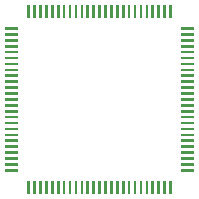
<source format=gbr>
G04 DipTrace 3.3.1.3*
G04 BottomAssy.gbr*
%MOMM*%
G04 #@! TF.FileFunction,Drawing,Bot*
G04 #@! TF.Part,Single*
%FSLAX35Y35*%
G04*
G71*
G90*
G75*
G01*
G04 BotAssy*
%LPD*%
G36*
X1785941Y3146946D2*
X1764045D1*
Y3036977D1*
X1785941D1*
Y3146946D1*
G37*
G36*
X1835941D2*
X1814046D1*
Y3036977D1*
X1835941D1*
Y3146946D1*
G37*
G36*
X1885942D2*
X1864046D1*
Y3036977D1*
X1885942D1*
Y3146946D1*
G37*
G36*
X1935942D2*
X1914047D1*
Y3036977D1*
X1935942D1*
Y3146946D1*
G37*
G36*
X1985943D2*
X1964047D1*
Y3036977D1*
X1985943D1*
Y3146946D1*
G37*
G36*
X2035943D2*
X2014047D1*
Y3036977D1*
X2035943D1*
Y3146946D1*
G37*
G36*
X2085943D2*
X2064048D1*
Y3036977D1*
X2085943D1*
Y3146946D1*
G37*
G36*
X2135944D2*
X2114048D1*
Y3036977D1*
X2135944D1*
Y3146946D1*
G37*
G36*
X2185944D2*
X2164049D1*
Y3036977D1*
X2185944D1*
Y3146946D1*
G37*
G36*
X2235945D2*
X2214049D1*
Y3036977D1*
X2235945D1*
Y3146946D1*
G37*
G36*
X2285945D2*
X2264049D1*
Y3036977D1*
X2285945D1*
Y3146946D1*
G37*
G36*
X2335945D2*
X2314050D1*
Y3036977D1*
X2335945D1*
Y3146946D1*
G37*
G36*
X2385946D2*
X2364050D1*
Y3036977D1*
X2385946D1*
Y3146946D1*
G37*
G36*
X2435946D2*
X2414051D1*
Y3036977D1*
X2435946D1*
Y3146946D1*
G37*
G36*
X2485947D2*
X2464051D1*
Y3036977D1*
X2485947D1*
Y3146946D1*
G37*
G36*
X2535947D2*
X2514051D1*
Y3036977D1*
X2535947D1*
Y3146946D1*
G37*
G36*
X2585947D2*
X2564052D1*
Y3036977D1*
X2585947D1*
Y3146946D1*
G37*
G36*
X2635948D2*
X2614052D1*
Y3036977D1*
X2635948D1*
Y3146946D1*
G37*
G36*
X2685948D2*
X2664053D1*
Y3036977D1*
X2685948D1*
Y3146946D1*
G37*
G36*
X2735949D2*
X2714053D1*
Y3036977D1*
X2735949D1*
Y3146946D1*
G37*
G36*
X2785949D2*
X2764053D1*
Y3036977D1*
X2785949D1*
Y3146946D1*
G37*
G36*
X2835949D2*
X2814054D1*
Y3036977D1*
X2835949D1*
Y3146946D1*
G37*
G36*
X2885950D2*
X2864054D1*
Y3036977D1*
X2885950D1*
Y3146946D1*
G37*
G36*
X2935950D2*
X2914055D1*
Y3036977D1*
X2935950D1*
Y3146946D1*
G37*
G36*
X2985951D2*
X2964055D1*
Y3036977D1*
X2985951D1*
Y3146946D1*
G37*
G36*
X3177946Y2954951D2*
X3067977D1*
Y2933055D1*
X3177946D1*
Y2954951D1*
G37*
G36*
Y2904950D2*
X3067977D1*
Y2883055D1*
X3177946D1*
Y2904950D1*
G37*
G36*
Y2854950D2*
X3067977D1*
Y2833054D1*
X3177946D1*
Y2854950D1*
G37*
G36*
Y2804949D2*
X3067977D1*
Y2783054D1*
X3177946D1*
Y2804949D1*
G37*
G36*
Y2754949D2*
X3067977D1*
Y2733053D1*
X3177946D1*
Y2754949D1*
G37*
G36*
Y2704949D2*
X3067977D1*
Y2683053D1*
X3177946D1*
Y2704949D1*
G37*
G36*
Y2654948D2*
X3067977D1*
Y2633053D1*
X3177946D1*
Y2654948D1*
G37*
G36*
Y2604948D2*
X3067977D1*
Y2583052D1*
X3177946D1*
Y2604948D1*
G37*
G36*
Y2554947D2*
X3067977D1*
Y2533052D1*
X3177946D1*
Y2554947D1*
G37*
G36*
Y2504947D2*
X3067977D1*
Y2483051D1*
X3177946D1*
Y2504947D1*
G37*
G36*
Y2454947D2*
X3067977D1*
Y2433051D1*
X3177946D1*
Y2454947D1*
G37*
G36*
Y2404946D2*
X3067977D1*
Y2383051D1*
X3177946D1*
Y2404946D1*
G37*
G36*
Y2354946D2*
X3067977D1*
Y2333050D1*
X3177946D1*
Y2354946D1*
G37*
G36*
Y2304945D2*
X3067977D1*
Y2283050D1*
X3177946D1*
Y2304945D1*
G37*
G36*
Y2254945D2*
X3067977D1*
Y2233049D1*
X3177946D1*
Y2254945D1*
G37*
G36*
Y2204945D2*
X3067977D1*
Y2183049D1*
X3177946D1*
Y2204945D1*
G37*
G36*
Y2154944D2*
X3067977D1*
Y2133049D1*
X3177946D1*
Y2154944D1*
G37*
G36*
Y2104944D2*
X3067977D1*
Y2083048D1*
X3177946D1*
Y2104944D1*
G37*
G36*
Y2054943D2*
X3067977D1*
Y2033048D1*
X3177946D1*
Y2054943D1*
G37*
G36*
Y2004943D2*
X3067977D1*
Y1983047D1*
X3177946D1*
Y2004943D1*
G37*
G36*
Y1954943D2*
X3067977D1*
Y1933047D1*
X3177946D1*
Y1954943D1*
G37*
G36*
Y1904942D2*
X3067977D1*
Y1883047D1*
X3177946D1*
Y1904942D1*
G37*
G36*
Y1854942D2*
X3067977D1*
Y1833046D1*
X3177946D1*
Y1854942D1*
G37*
G36*
Y1804941D2*
X3067977D1*
Y1783046D1*
X3177946D1*
Y1804941D1*
G37*
G36*
Y1754941D2*
X3067977D1*
Y1733045D1*
X3177946D1*
Y1754941D1*
G37*
G36*
X2985951Y1651019D2*
X2964055D1*
Y1541050D1*
X2985951D1*
Y1651019D1*
G37*
G36*
X2935950D2*
X2914055D1*
Y1541050D1*
X2935950D1*
Y1651019D1*
G37*
G36*
X2885950D2*
X2864054D1*
Y1541050D1*
X2885950D1*
Y1651019D1*
G37*
G36*
X2835949D2*
X2814054D1*
Y1541050D1*
X2835949D1*
Y1651019D1*
G37*
G36*
X2785949D2*
X2764053D1*
Y1541050D1*
X2785949D1*
Y1651019D1*
G37*
G36*
X2735949D2*
X2714053D1*
Y1541050D1*
X2735949D1*
Y1651019D1*
G37*
G36*
X2685948D2*
X2664053D1*
Y1541050D1*
X2685948D1*
Y1651019D1*
G37*
G36*
X2635948D2*
X2614052D1*
Y1541050D1*
X2635948D1*
Y1651019D1*
G37*
G36*
X2585947D2*
X2564052D1*
Y1541050D1*
X2585947D1*
Y1651019D1*
G37*
G36*
X2535947D2*
X2514051D1*
Y1541050D1*
X2535947D1*
Y1651019D1*
G37*
G36*
X2485947D2*
X2464051D1*
Y1541050D1*
X2485947D1*
Y1651019D1*
G37*
G36*
X2435946D2*
X2414051D1*
Y1541050D1*
X2435946D1*
Y1651019D1*
G37*
G36*
X2385946D2*
X2364050D1*
Y1541050D1*
X2385946D1*
Y1651019D1*
G37*
G36*
X2335945D2*
X2314050D1*
Y1541050D1*
X2335945D1*
Y1651019D1*
G37*
G36*
X2285945D2*
X2264049D1*
Y1541050D1*
X2285945D1*
Y1651019D1*
G37*
G36*
X2235945D2*
X2214049D1*
Y1541050D1*
X2235945D1*
Y1651019D1*
G37*
G36*
X2185944D2*
X2164049D1*
Y1541050D1*
X2185944D1*
Y1651019D1*
G37*
G36*
X2135944D2*
X2114048D1*
Y1541050D1*
X2135944D1*
Y1651019D1*
G37*
G36*
X2085943D2*
X2064048D1*
Y1541050D1*
X2085943D1*
Y1651019D1*
G37*
G36*
X2035943D2*
X2014047D1*
Y1541050D1*
X2035943D1*
Y1651019D1*
G37*
G36*
X1985943D2*
X1964047D1*
Y1541050D1*
X1985943D1*
Y1651019D1*
G37*
G36*
X1935942D2*
X1914047D1*
Y1541050D1*
X1935942D1*
Y1651019D1*
G37*
G36*
X1885942D2*
X1864046D1*
Y1541050D1*
X1885942D1*
Y1651019D1*
G37*
G36*
X1835941D2*
X1814046D1*
Y1541050D1*
X1835941D1*
Y1651019D1*
G37*
G36*
X1785941D2*
X1764045D1*
Y1541050D1*
X1785941D1*
Y1651019D1*
G37*
G36*
X1682019Y1754941D2*
X1572050D1*
Y1733045D1*
X1682019D1*
Y1754941D1*
G37*
G36*
Y1804941D2*
X1572050D1*
Y1783046D1*
X1682019D1*
Y1804941D1*
G37*
G36*
Y1854942D2*
X1572050D1*
Y1833046D1*
X1682019D1*
Y1854942D1*
G37*
G36*
Y1904942D2*
X1572050D1*
Y1883047D1*
X1682019D1*
Y1904942D1*
G37*
G36*
Y1954943D2*
X1572050D1*
Y1933047D1*
X1682019D1*
Y1954943D1*
G37*
G36*
Y2004943D2*
X1572050D1*
Y1983047D1*
X1682019D1*
Y2004943D1*
G37*
G36*
Y2054943D2*
X1572050D1*
Y2033048D1*
X1682019D1*
Y2054943D1*
G37*
G36*
Y2104944D2*
X1572050D1*
Y2083048D1*
X1682019D1*
Y2104944D1*
G37*
G36*
Y2154944D2*
X1572050D1*
Y2133049D1*
X1682019D1*
Y2154944D1*
G37*
G36*
Y2204945D2*
X1572050D1*
Y2183049D1*
X1682019D1*
Y2204945D1*
G37*
G36*
Y2254945D2*
X1572050D1*
Y2233049D1*
X1682019D1*
Y2254945D1*
G37*
G36*
Y2304945D2*
X1572050D1*
Y2283050D1*
X1682019D1*
Y2304945D1*
G37*
G36*
Y2354946D2*
X1572050D1*
Y2333050D1*
X1682019D1*
Y2354946D1*
G37*
G36*
Y2404946D2*
X1572050D1*
Y2383051D1*
X1682019D1*
Y2404946D1*
G37*
G36*
Y2454947D2*
X1572050D1*
Y2433051D1*
X1682019D1*
Y2454947D1*
G37*
G36*
Y2504947D2*
X1572050D1*
Y2483051D1*
X1682019D1*
Y2504947D1*
G37*
G36*
Y2554947D2*
X1572050D1*
Y2533052D1*
X1682019D1*
Y2554947D1*
G37*
G36*
Y2604948D2*
X1572050D1*
Y2583052D1*
X1682019D1*
Y2604948D1*
G37*
G36*
Y2654948D2*
X1572050D1*
Y2633053D1*
X1682019D1*
Y2654948D1*
G37*
G36*
Y2704949D2*
X1572050D1*
Y2683053D1*
X1682019D1*
Y2704949D1*
G37*
G36*
Y2754949D2*
X1572050D1*
Y2733053D1*
X1682019D1*
Y2754949D1*
G37*
G36*
Y2804949D2*
X1572050D1*
Y2783054D1*
X1682019D1*
Y2804949D1*
G37*
G36*
Y2854950D2*
X1572050D1*
Y2833054D1*
X1682019D1*
Y2854950D1*
G37*
G36*
Y2904950D2*
X1572050D1*
Y2883055D1*
X1682019D1*
Y2904950D1*
G37*
G36*
Y2954951D2*
X1572050D1*
Y2933055D1*
X1682019D1*
Y2954951D1*
G37*
M02*

</source>
